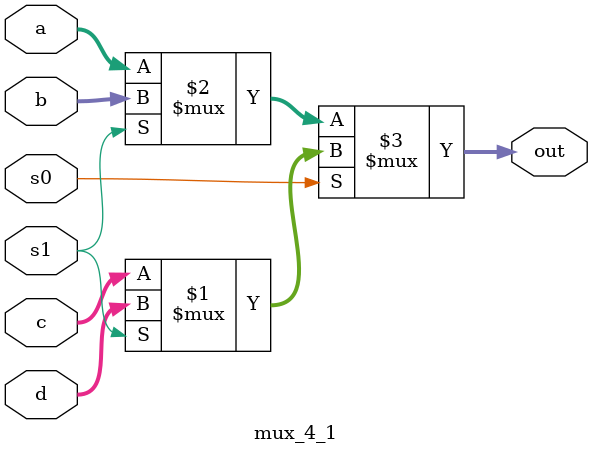
<source format=v>
`timescale 1ns / 1ps


module mux_4_1(a,b,c,d,s0,s1,out);
    input [31:0]a;
    input [31:0]b;
    input [31:0]c;
    input [31:0]d;
    input s0,s1;
    output [31:0]out;
    
    
    assign out = s0 ? (s1 ? d : c) : (s1 ? b : a);
endmodule
</source>
